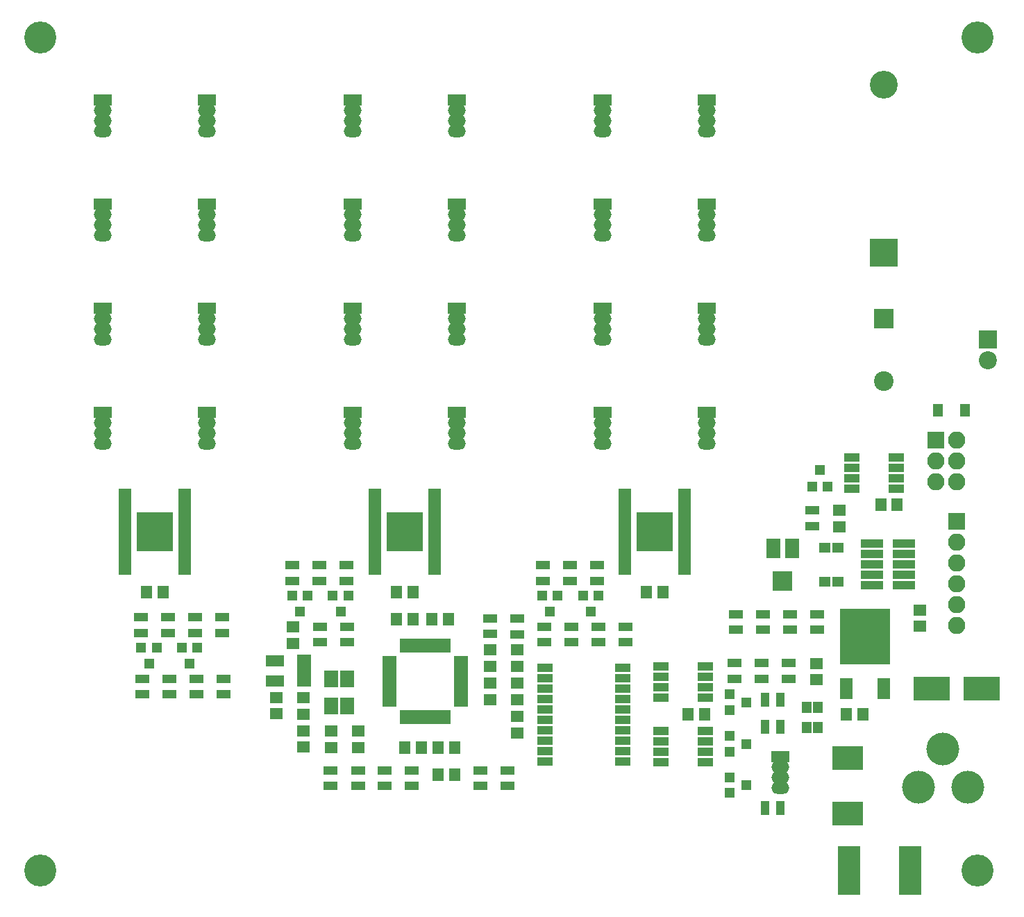
<source format=gbr>
G04 #@! TF.FileFunction,Soldermask,Top*
%FSLAX46Y46*%
G04 Gerber Fmt 4.6, Leading zero omitted, Abs format (unit mm)*
G04 Created by KiCad (PCBNEW 4.0.7) date Tuesday, March 20, 2018 'AMt' 01:08:28 AM*
%MOMM*%
%LPD*%
G01*
G04 APERTURE LIST*
%ADD10C,0.100000*%
%ADD11R,2.700000X6.000000*%
%ADD12C,3.400000*%
%ADD13R,3.400000X3.400000*%
%ADD14R,2.400000X2.400000*%
%ADD15C,2.400000*%
%ADD16R,1.650000X1.400000*%
%ADD17R,1.400000X1.650000*%
%ADD18R,2.200000X1.470000*%
%ADD19O,2.200000X1.470000*%
%ADD20R,2.800000X1.140000*%
%ADD21R,1.200000X1.300000*%
%ADD22R,1.300000X1.200000*%
%ADD23R,1.700000X1.100000*%
%ADD24R,1.100000X1.700000*%
%ADD25R,1.400000X1.300000*%
%ADD26R,1.700000X0.650000*%
%ADD27R,0.650000X1.700000*%
%ADD28R,1.600000X0.800000*%
%ADD29R,4.510000X4.760000*%
%ADD30R,1.600000X2.600000*%
%ADD31R,6.200000X6.800000*%
%ADD32R,1.950000X1.000000*%
%ADD33R,4.400000X2.900000*%
%ADD34R,2.200000X1.400000*%
%ADD35R,1.700000X2.000000*%
%ADD36C,3.900000*%
%ADD37R,1.700000X2.400000*%
%ADD38R,2.200000X2.200000*%
%ADD39C,2.200000*%
%ADD40R,1.200000X1.400000*%
%ADD41R,1.900000X1.000000*%
%ADD42R,1.300000X1.600000*%
%ADD43R,3.700000X2.900000*%
%ADD44C,4.000000*%
%ADD45R,2.100000X2.100000*%
%ADD46O,2.100000X2.100000*%
%ADD47R,1.670000X1.370000*%
G04 APERTURE END LIST*
D10*
D11*
X198975000Y-140970000D03*
X206375000Y-140970000D03*
D12*
X203200000Y-45085000D03*
D13*
X203200000Y-65575000D03*
D14*
X203200000Y-73660000D03*
D15*
X203200000Y-81260000D03*
D16*
X129142000Y-121861000D03*
X129142000Y-119861000D03*
X131174000Y-111257000D03*
X131174000Y-113257000D03*
X132444000Y-125925000D03*
X132444000Y-123925000D03*
X132444000Y-121893000D03*
X132444000Y-119893000D03*
X158496000Y-122174000D03*
X158496000Y-124174000D03*
X197739000Y-97060000D03*
X197739000Y-99060000D03*
X139065000Y-125984000D03*
X139065000Y-123984000D03*
X155177000Y-114051000D03*
X155177000Y-116051000D03*
D17*
X143779000Y-110336000D03*
X145779000Y-110336000D03*
X150859000Y-125957000D03*
X148859000Y-125957000D03*
D16*
X135763000Y-125984000D03*
X135763000Y-123984000D03*
X158479000Y-114051000D03*
X158479000Y-116051000D03*
D17*
X150859000Y-129259000D03*
X148859000Y-129259000D03*
X144795000Y-125957000D03*
X146795000Y-125957000D03*
X148065000Y-110336000D03*
X150065000Y-110336000D03*
D16*
X155194000Y-120142000D03*
X155194000Y-118142000D03*
D17*
X143779000Y-107034000D03*
X145779000Y-107034000D03*
X174259000Y-107034000D03*
X176259000Y-107034000D03*
D18*
X181610000Y-85090000D03*
D19*
X181610000Y-86360000D03*
X181610000Y-87630000D03*
X181610000Y-88900000D03*
D18*
X181610000Y-72390000D03*
D19*
X181610000Y-73660000D03*
X181610000Y-74930000D03*
X181610000Y-76200000D03*
D18*
X181610000Y-59690000D03*
D19*
X181610000Y-60960000D03*
X181610000Y-62230000D03*
X181610000Y-63500000D03*
D18*
X181610000Y-46990000D03*
D19*
X181610000Y-48260000D03*
X181610000Y-49530000D03*
X181610000Y-50800000D03*
D18*
X168910000Y-85090000D03*
D19*
X168910000Y-86360000D03*
X168910000Y-87630000D03*
X168910000Y-88900000D03*
D18*
X168910000Y-72390000D03*
D19*
X168910000Y-73660000D03*
X168910000Y-74930000D03*
X168910000Y-76200000D03*
D18*
X168910000Y-59690000D03*
D19*
X168910000Y-60960000D03*
X168910000Y-62230000D03*
X168910000Y-63500000D03*
D18*
X168910000Y-46990000D03*
D19*
X168910000Y-48260000D03*
X168910000Y-49530000D03*
X168910000Y-50800000D03*
D18*
X151130000Y-85090000D03*
D19*
X151130000Y-86360000D03*
X151130000Y-87630000D03*
X151130000Y-88900000D03*
D18*
X151130000Y-72390000D03*
D19*
X151130000Y-73660000D03*
X151130000Y-74930000D03*
X151130000Y-76200000D03*
D18*
X151130000Y-59690000D03*
D19*
X151130000Y-60960000D03*
X151130000Y-62230000D03*
X151130000Y-63500000D03*
D18*
X151130000Y-46990000D03*
D19*
X151130000Y-48260000D03*
X151130000Y-49530000D03*
X151130000Y-50800000D03*
D18*
X138430000Y-85090000D03*
D19*
X138430000Y-86360000D03*
X138430000Y-87630000D03*
X138430000Y-88900000D03*
D18*
X138430000Y-72390000D03*
D19*
X138430000Y-73660000D03*
X138430000Y-74930000D03*
X138430000Y-76200000D03*
D18*
X138430000Y-59690000D03*
D19*
X138430000Y-60960000D03*
X138430000Y-62230000D03*
X138430000Y-63500000D03*
D18*
X138430000Y-46990000D03*
D19*
X138430000Y-48260000D03*
X138430000Y-49530000D03*
X138430000Y-50800000D03*
D18*
X120650000Y-85090000D03*
D19*
X120650000Y-86360000D03*
X120650000Y-87630000D03*
X120650000Y-88900000D03*
D18*
X120650000Y-72390000D03*
D19*
X120650000Y-73660000D03*
X120650000Y-74930000D03*
X120650000Y-76200000D03*
D18*
X120650000Y-59690000D03*
D19*
X120650000Y-60960000D03*
X120650000Y-62230000D03*
X120650000Y-63500000D03*
D18*
X120650000Y-46990000D03*
D19*
X120650000Y-48260000D03*
X120650000Y-49530000D03*
X120650000Y-50800000D03*
D18*
X107950000Y-85090000D03*
D19*
X107950000Y-86360000D03*
X107950000Y-87630000D03*
X107950000Y-88900000D03*
D18*
X107950000Y-72390000D03*
D19*
X107950000Y-73660000D03*
X107950000Y-74930000D03*
X107950000Y-76200000D03*
D18*
X107950000Y-59690000D03*
D19*
X107950000Y-60960000D03*
X107950000Y-62230000D03*
X107950000Y-63500000D03*
D18*
X107950000Y-46990000D03*
D19*
X107950000Y-48260000D03*
X107950000Y-49530000D03*
X107950000Y-50800000D03*
D20*
X201713000Y-101092000D03*
X205613000Y-101092000D03*
X201713000Y-102362000D03*
X205613000Y-102362000D03*
X201713000Y-103632000D03*
X205613000Y-103632000D03*
X201713000Y-104902000D03*
X205613000Y-104902000D03*
X201713000Y-106172000D03*
X205613000Y-106172000D03*
D21*
X194437000Y-94107000D03*
X196337000Y-94107000D03*
X195387000Y-92107000D03*
D22*
X184387000Y-119485000D03*
X184387000Y-121385000D03*
X186387000Y-120435000D03*
X184387000Y-124565000D03*
X184387000Y-126465000D03*
X186387000Y-125515000D03*
D21*
X114532000Y-113765000D03*
X112632000Y-113765000D03*
X113582000Y-115765000D03*
X119485000Y-113765000D03*
X117585000Y-113765000D03*
X118535000Y-115765000D03*
X163432000Y-107415000D03*
X161532000Y-107415000D03*
X162482000Y-109415000D03*
X168385000Y-107415000D03*
X166485000Y-107415000D03*
X167435000Y-109415000D03*
X132947000Y-107415000D03*
X131047000Y-107415000D03*
X131997000Y-109415000D03*
D23*
X194437000Y-97028000D03*
X194437000Y-98928000D03*
D24*
X190610000Y-120115000D03*
X188710000Y-120115000D03*
X188710000Y-123417000D03*
X190610000Y-123417000D03*
X188710000Y-133323000D03*
X190610000Y-133323000D03*
D23*
X185022000Y-115675000D03*
X185022000Y-117575000D03*
X188324000Y-115675000D03*
X188324000Y-117575000D03*
X191626000Y-115670000D03*
X191626000Y-117570000D03*
X185149000Y-111601000D03*
X185149000Y-109701000D03*
X188451000Y-109701000D03*
X188451000Y-111601000D03*
X135746000Y-128751000D03*
X135746000Y-130651000D03*
X139065000Y-128751000D03*
X139065000Y-130651000D03*
X142350000Y-128751000D03*
X142350000Y-130651000D03*
X145652000Y-128751000D03*
X145652000Y-130651000D03*
X154034000Y-128751000D03*
X154034000Y-130651000D03*
X157331000Y-128756000D03*
X157331000Y-130656000D03*
X191753000Y-109706000D03*
X191753000Y-111606000D03*
X158496000Y-112136000D03*
X158496000Y-110236000D03*
X155177000Y-112109000D03*
X155177000Y-110209000D03*
X195055000Y-111601000D03*
X195055000Y-109701000D03*
X122665000Y-117580000D03*
X122665000Y-119480000D03*
X112759000Y-117580000D03*
X112759000Y-119480000D03*
X116061000Y-117580000D03*
X116061000Y-119480000D03*
X112632000Y-111987000D03*
X112632000Y-110087000D03*
X115934000Y-111982000D03*
X115934000Y-110082000D03*
X119231000Y-111982000D03*
X119231000Y-110082000D03*
X119363000Y-117575000D03*
X119363000Y-119475000D03*
X161798000Y-111225000D03*
X161798000Y-113125000D03*
X161654000Y-105632000D03*
X161654000Y-103732000D03*
X164956000Y-105632000D03*
X164956000Y-103732000D03*
X168258000Y-105632000D03*
X168258000Y-103732000D03*
X165100000Y-111225000D03*
X165100000Y-113125000D03*
X134476000Y-111225000D03*
X134476000Y-113125000D03*
X131047000Y-105632000D03*
X131047000Y-103732000D03*
X134349000Y-105632000D03*
X134349000Y-103732000D03*
X137651000Y-105637000D03*
X137651000Y-103737000D03*
X137778000Y-111225000D03*
X137778000Y-113125000D03*
D25*
X196012000Y-105700000D03*
X197612000Y-105700000D03*
X196012000Y-101600000D03*
X197612000Y-101600000D03*
D26*
X142917000Y-115111000D03*
X142917000Y-115611000D03*
X142917000Y-116111000D03*
X142917000Y-116611000D03*
X142917000Y-117111000D03*
X142917000Y-117611000D03*
X142917000Y-118111000D03*
X142917000Y-118611000D03*
X142917000Y-119111000D03*
X142917000Y-119611000D03*
X142917000Y-120111000D03*
X142917000Y-120611000D03*
D27*
X144517000Y-122211000D03*
X145017000Y-122211000D03*
X145517000Y-122211000D03*
X146017000Y-122211000D03*
X146517000Y-122211000D03*
X147017000Y-122211000D03*
X147517000Y-122211000D03*
X148017000Y-122211000D03*
X148517000Y-122211000D03*
X149017000Y-122211000D03*
X149517000Y-122211000D03*
X150017000Y-122211000D03*
D26*
X151617000Y-120611000D03*
X151617000Y-120111000D03*
X151617000Y-119611000D03*
X151617000Y-119111000D03*
X151617000Y-118611000D03*
X151617000Y-118111000D03*
X151617000Y-117611000D03*
X151617000Y-117111000D03*
X151617000Y-116611000D03*
X151617000Y-116111000D03*
X151617000Y-115611000D03*
X151617000Y-115111000D03*
D27*
X150017000Y-113511000D03*
X149517000Y-113511000D03*
X149017000Y-113511000D03*
X148517000Y-113511000D03*
X148017000Y-113511000D03*
X147517000Y-113511000D03*
X147017000Y-113511000D03*
X146517000Y-113511000D03*
X146017000Y-113511000D03*
X145517000Y-113511000D03*
X145017000Y-113511000D03*
X144517000Y-113511000D03*
D28*
X117918000Y-104521200D03*
X117918000Y-103871200D03*
X117918000Y-103221200D03*
X117918000Y-102571200D03*
X117918000Y-101921200D03*
X117918000Y-101271200D03*
X117918000Y-100621200D03*
X117918000Y-99971200D03*
X117918000Y-99321200D03*
X117918000Y-98671200D03*
X117918000Y-98021200D03*
X117918000Y-97371200D03*
X117918000Y-96721200D03*
X117918000Y-96071200D03*
X117918000Y-95421200D03*
X117918000Y-94771200D03*
X110618000Y-94771200D03*
X110618000Y-95421200D03*
X110618000Y-96071200D03*
X110618000Y-96721200D03*
X110618000Y-97371200D03*
X110618000Y-98021200D03*
X110618000Y-98671200D03*
X110618000Y-99321200D03*
X110618000Y-99971200D03*
X110618000Y-100621200D03*
X110618000Y-101271200D03*
X110618000Y-101921200D03*
X110618000Y-102571200D03*
X110618000Y-103221200D03*
X110618000Y-103871200D03*
X110618000Y-104521200D03*
D29*
X114268000Y-99646200D03*
D28*
X148398000Y-104521200D03*
X148398000Y-103871200D03*
X148398000Y-103221200D03*
X148398000Y-102571200D03*
X148398000Y-101921200D03*
X148398000Y-101271200D03*
X148398000Y-100621200D03*
X148398000Y-99971200D03*
X148398000Y-99321200D03*
X148398000Y-98671200D03*
X148398000Y-98021200D03*
X148398000Y-97371200D03*
X148398000Y-96721200D03*
X148398000Y-96071200D03*
X148398000Y-95421200D03*
X148398000Y-94771200D03*
X141098000Y-94771200D03*
X141098000Y-95421200D03*
X141098000Y-96071200D03*
X141098000Y-96721200D03*
X141098000Y-97371200D03*
X141098000Y-98021200D03*
X141098000Y-98671200D03*
X141098000Y-99321200D03*
X141098000Y-99971200D03*
X141098000Y-100621200D03*
X141098000Y-101271200D03*
X141098000Y-101921200D03*
X141098000Y-102571200D03*
X141098000Y-103221200D03*
X141098000Y-103871200D03*
X141098000Y-104521200D03*
D29*
X144748000Y-99646200D03*
D28*
X178878000Y-104521200D03*
X178878000Y-103871200D03*
X178878000Y-103221200D03*
X178878000Y-102571200D03*
X178878000Y-101921200D03*
X178878000Y-101271200D03*
X178878000Y-100621200D03*
X178878000Y-99971200D03*
X178878000Y-99321200D03*
X178878000Y-98671200D03*
X178878000Y-98021200D03*
X178878000Y-97371200D03*
X178878000Y-96721200D03*
X178878000Y-96071200D03*
X178878000Y-95421200D03*
X178878000Y-94771200D03*
X171578000Y-94771200D03*
X171578000Y-95421200D03*
X171578000Y-96071200D03*
X171578000Y-96721200D03*
X171578000Y-97371200D03*
X171578000Y-98021200D03*
X171578000Y-98671200D03*
X171578000Y-99321200D03*
X171578000Y-99971200D03*
X171578000Y-100621200D03*
X171578000Y-101271200D03*
X171578000Y-101921200D03*
X171578000Y-102571200D03*
X171578000Y-103221200D03*
X171578000Y-103871200D03*
X171578000Y-104521200D03*
D29*
X175228000Y-99646200D03*
D30*
X198640000Y-118745000D03*
X203200000Y-118745000D03*
D31*
X200920000Y-112445000D03*
D32*
X175989000Y-116078000D03*
X175989000Y-117348000D03*
X175989000Y-118618000D03*
X175989000Y-119888000D03*
X181389000Y-119888000D03*
X181389000Y-118618000D03*
X181389000Y-117348000D03*
X181389000Y-116078000D03*
D23*
X122538000Y-111982000D03*
X122538000Y-110082000D03*
X168402000Y-113125000D03*
X168402000Y-111225000D03*
D16*
X194945000Y-115697000D03*
X194945000Y-117697000D03*
X158496000Y-120142000D03*
X158496000Y-118142000D03*
D17*
X181324000Y-121920000D03*
X179324000Y-121920000D03*
X113299000Y-107034000D03*
X115299000Y-107034000D03*
D33*
X209040000Y-118745000D03*
X215140000Y-118745000D03*
D17*
X200643000Y-121893000D03*
X198643000Y-121893000D03*
D34*
X128905000Y-115356000D03*
X128905000Y-117856000D03*
D35*
X135778000Y-117575000D03*
X135778000Y-120875000D03*
X137778000Y-120875000D03*
X137778000Y-117575000D03*
D36*
X100330000Y-39370000D03*
X100330000Y-140970000D03*
X214630000Y-140970000D03*
X214630000Y-39370000D03*
D16*
X207628000Y-111193000D03*
X207628000Y-109193000D03*
D37*
X189707000Y-101637000D03*
D14*
X190857000Y-105637000D03*
D37*
X192007000Y-101637000D03*
D23*
X171704000Y-113125000D03*
X171704000Y-111225000D03*
D17*
X202834000Y-96366200D03*
X204834000Y-96366200D03*
D32*
X175989000Y-123952000D03*
X175989000Y-125222000D03*
X175989000Y-126492000D03*
X175989000Y-127762000D03*
X181389000Y-127762000D03*
X181389000Y-126492000D03*
X181389000Y-125222000D03*
X181389000Y-123952000D03*
D22*
X184419000Y-129579000D03*
X184419000Y-131479000D03*
X186419000Y-130529000D03*
D38*
X215900000Y-76200000D03*
D39*
X215900000Y-78740000D03*
D21*
X137900000Y-107415000D03*
X136000000Y-107415000D03*
X136950000Y-109415000D03*
D18*
X190610000Y-127100000D03*
D19*
X190610000Y-128370000D03*
X190610000Y-129640000D03*
X190610000Y-130910000D03*
D40*
X193785000Y-123544000D03*
X193785000Y-121044000D03*
X195185000Y-121044000D03*
X195185000Y-123544000D03*
D41*
X161874000Y-122555000D03*
X161874000Y-121285000D03*
X161874000Y-120015000D03*
X161874000Y-118745000D03*
X161874000Y-117475000D03*
X161874000Y-116205000D03*
X161874000Y-123825000D03*
X161874000Y-125095000D03*
X161874000Y-126365000D03*
X161874000Y-127635000D03*
X171374000Y-127635000D03*
X171374000Y-126365000D03*
X171374000Y-125095000D03*
X171374000Y-123825000D03*
X171374000Y-122555000D03*
X171374000Y-121285000D03*
X171374000Y-120015000D03*
X171374000Y-118745000D03*
X171374000Y-117475000D03*
X171374000Y-116205000D03*
D32*
X199324000Y-90551000D03*
X199324000Y-91821000D03*
X199324000Y-93091000D03*
X199324000Y-94361000D03*
X204724000Y-94361000D03*
X204724000Y-93091000D03*
X204724000Y-91821000D03*
X204724000Y-90551000D03*
D42*
X213106000Y-84836000D03*
X209806000Y-84836000D03*
D43*
X198755000Y-134054000D03*
X198755000Y-127254000D03*
D44*
X207391000Y-130810000D03*
X213391000Y-130810000D03*
X210391000Y-126110000D03*
D45*
X212073000Y-98398200D03*
D46*
X212073000Y-100938200D03*
X212073000Y-103478200D03*
X212073000Y-106018200D03*
X212073000Y-108558200D03*
X212073000Y-111098200D03*
D45*
X209533000Y-88492200D03*
D46*
X212073000Y-88492200D03*
X209533000Y-91032200D03*
X212073000Y-91032200D03*
X209533000Y-93572200D03*
X212073000Y-93572200D03*
D47*
X132461000Y-115316000D03*
X132461000Y-116586000D03*
X132461000Y-117856000D03*
M02*

</source>
